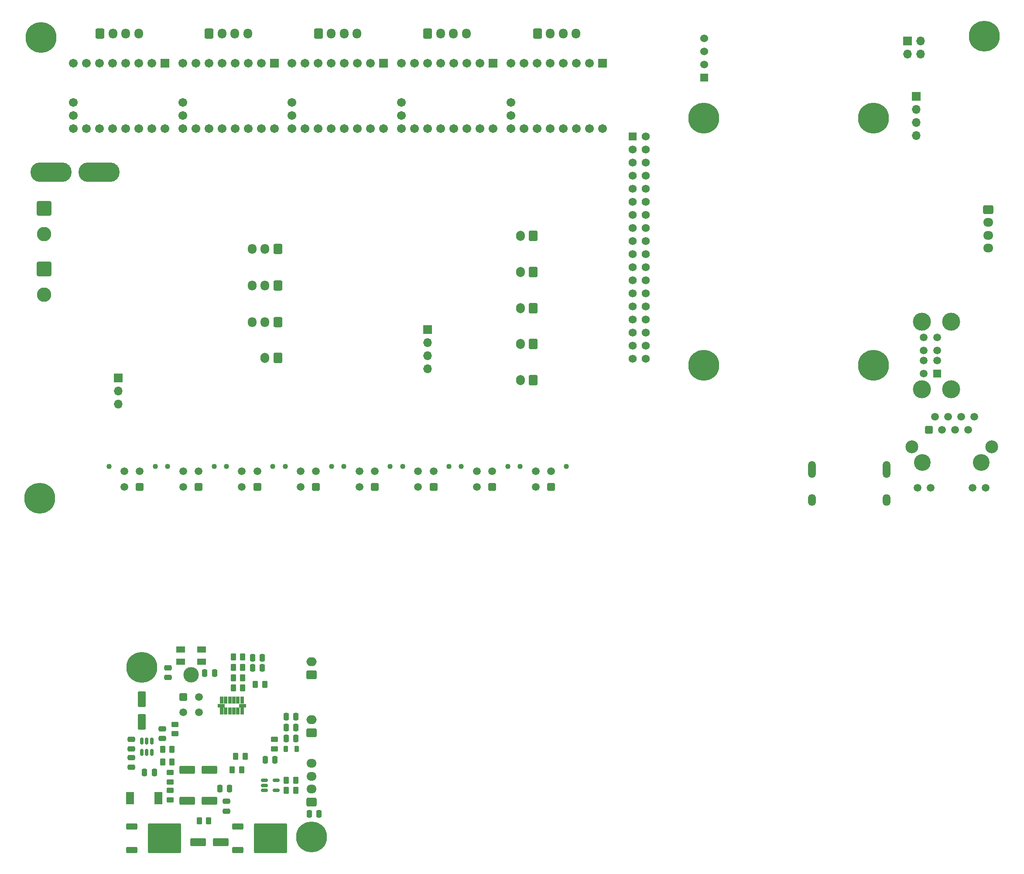
<source format=gbr>
%TF.GenerationSoftware,KiCad,Pcbnew,8.0.9*%
%TF.CreationDate,2025-08-04T10:44:23+12:00*%
%TF.ProjectId,xymatics-e64,78796d61-7469-4637-932d-6536342e6b69,rev?*%
%TF.SameCoordinates,Original*%
%TF.FileFunction,Soldermask,Bot*%
%TF.FilePolarity,Negative*%
%FSLAX46Y46*%
G04 Gerber Fmt 4.6, Leading zero omitted, Abs format (unit mm)*
G04 Created by KiCad (PCBNEW 8.0.9) date 2025-08-04 10:44:23*
%MOMM*%
%LPD*%
G01*
G04 APERTURE LIST*
G04 Aperture macros list*
%AMRoundRect*
0 Rectangle with rounded corners*
0 $1 Rounding radius*
0 $2 $3 $4 $5 $6 $7 $8 $9 X,Y pos of 4 corners*
0 Add a 4 corners polygon primitive as box body*
4,1,4,$2,$3,$4,$5,$6,$7,$8,$9,$2,$3,0*
0 Add four circle primitives for the rounded corners*
1,1,$1+$1,$2,$3*
1,1,$1+$1,$4,$5*
1,1,$1+$1,$6,$7*
1,1,$1+$1,$8,$9*
0 Add four rect primitives between the rounded corners*
20,1,$1+$1,$2,$3,$4,$5,0*
20,1,$1+$1,$4,$5,$6,$7,0*
20,1,$1+$1,$6,$7,$8,$9,0*
20,1,$1+$1,$8,$9,$2,$3,0*%
G04 Aperture macros list end*
%ADD10RoundRect,0.250000X0.600000X0.750000X-0.600000X0.750000X-0.600000X-0.750000X0.600000X-0.750000X0*%
%ADD11O,1.700000X2.000000*%
%ADD12RoundRect,0.102000X-0.754000X0.754000X-0.754000X-0.754000X0.754000X-0.754000X0.754000X0.754000X0*%
%ADD13C,1.712000*%
%ADD14C,1.020000*%
%ADD15RoundRect,0.250001X0.499999X0.499999X-0.499999X0.499999X-0.499999X-0.499999X0.499999X-0.499999X0*%
%ADD16C,1.500000*%
%ADD17R,1.700000X1.700000*%
%ADD18O,1.700000X1.700000*%
%ADD19RoundRect,0.250000X0.725000X-0.600000X0.725000X0.600000X-0.725000X0.600000X-0.725000X-0.600000X0*%
%ADD20O,1.950000X1.700000*%
%ADD21C,6.000000*%
%ADD22RoundRect,0.250000X-0.600000X-0.725000X0.600000X-0.725000X0.600000X0.725000X-0.600000X0.725000X0*%
%ADD23O,1.700000X1.950000*%
%ADD24RoundRect,0.250000X0.600000X0.725000X-0.600000X0.725000X-0.600000X-0.725000X0.600000X-0.725000X0*%
%ADD25C,3.250000*%
%ADD26RoundRect,0.250500X-0.499500X-0.499500X0.499500X-0.499500X0.499500X0.499500X-0.499500X0.499500X0*%
%ADD27C,2.500000*%
%ADD28R,1.500000X1.500000*%
%ADD29C,3.500000*%
%ADD30RoundRect,0.250000X0.750000X-0.600000X0.750000X0.600000X-0.750000X0.600000X-0.750000X-0.600000X0*%
%ADD31O,2.000000X1.700000*%
%ADD32RoundRect,0.102000X-0.685000X0.685000X-0.685000X-0.685000X0.685000X-0.685000X0.685000X0.685000X0*%
%ADD33C,1.574000*%
%ADD34C,3.000000*%
%ADD35RoundRect,0.250001X-0.499999X-0.499999X0.499999X-0.499999X0.499999X0.499999X-0.499999X0.499999X0*%
%ADD36R,1.524000X1.524000*%
%ADD37C,1.524000*%
%ADD38C,6.004000*%
%ADD39RoundRect,0.250000X-0.725000X0.600000X-0.725000X-0.600000X0.725000X-0.600000X0.725000X0.600000X0*%
%ADD40RoundRect,0.250001X-1.149999X1.149999X-1.149999X-1.149999X1.149999X-1.149999X1.149999X1.149999X0*%
%ADD41C,2.800000*%
%ADD42O,1.500000X3.300000*%
%ADD43O,1.500000X2.300000*%
%ADD44O,8.000000X3.800000*%
%ADD45RoundRect,0.250000X0.262500X0.450000X-0.262500X0.450000X-0.262500X-0.450000X0.262500X-0.450000X0*%
%ADD46R,1.800000X1.200000*%
%ADD47RoundRect,0.250000X0.475000X-0.250000X0.475000X0.250000X-0.475000X0.250000X-0.475000X-0.250000X0*%
%ADD48RoundRect,0.250000X-0.250000X-0.475000X0.250000X-0.475000X0.250000X0.475000X-0.250000X0.475000X0*%
%ADD49RoundRect,0.250000X-0.262500X-0.450000X0.262500X-0.450000X0.262500X0.450000X-0.262500X0.450000X0*%
%ADD50R,1.500000X2.400000*%
%ADD51RoundRect,0.250000X0.250000X0.475000X-0.250000X0.475000X-0.250000X-0.475000X0.250000X-0.475000X0*%
%ADD52RoundRect,0.250000X-0.450000X0.262500X-0.450000X-0.262500X0.450000X-0.262500X0.450000X0.262500X0*%
%ADD53RoundRect,0.250000X1.250000X0.550000X-1.250000X0.550000X-1.250000X-0.550000X1.250000X-0.550000X0*%
%ADD54RoundRect,0.150000X-0.150000X0.512500X-0.150000X-0.512500X0.150000X-0.512500X0.150000X0.512500X0*%
%ADD55RoundRect,0.250000X0.550000X-1.250000X0.550000X1.250000X-0.550000X1.250000X-0.550000X-1.250000X0*%
%ADD56RoundRect,0.250000X-0.850000X-0.350000X0.850000X-0.350000X0.850000X0.350000X-0.850000X0.350000X0*%
%ADD57RoundRect,0.249997X-2.950003X-2.650003X2.950003X-2.650003X2.950003X2.650003X-2.950003X2.650003X0*%
%ADD58RoundRect,0.250000X-1.250000X-0.550000X1.250000X-0.550000X1.250000X0.550000X-1.250000X0.550000X0*%
%ADD59RoundRect,0.250000X0.450000X-0.262500X0.450000X0.262500X-0.450000X0.262500X-0.450000X-0.262500X0*%
%ADD60RoundRect,0.150000X-0.512500X-0.150000X0.512500X-0.150000X0.512500X0.150000X-0.512500X0.150000X0*%
%ADD61RoundRect,0.218750X0.218750X0.381250X-0.218750X0.381250X-0.218750X-0.381250X0.218750X-0.381250X0*%
%ADD62RoundRect,0.250000X-0.475000X0.250000X-0.475000X-0.250000X0.475000X-0.250000X0.475000X0.250000X0*%
%ADD63RoundRect,0.102000X-0.275000X0.572500X-0.275000X-0.572500X0.275000X-0.572500X0.275000X0.572500X0*%
%ADD64RoundRect,0.102000X-0.572500X0.275000X-0.572500X-0.275000X0.572500X-0.275000X0.572500X0.275000X0*%
G04 APERTURE END LIST*
D10*
%TO.C,J29*%
X154500000Y-89800000D03*
D11*
X152000000Y-89800000D03*
%TD*%
D12*
%TO.C,U12*%
X104250000Y-35225000D03*
D13*
X101710000Y-35225000D03*
X99170000Y-35225000D03*
X96630000Y-35225000D03*
X94090000Y-35225000D03*
X91550000Y-35225000D03*
X89010000Y-35225000D03*
X86470000Y-35225000D03*
X104250000Y-47925000D03*
X101710000Y-47925000D03*
X99170000Y-47925000D03*
X96630000Y-47925000D03*
X94090000Y-47925000D03*
X91550000Y-47925000D03*
X89010000Y-47925000D03*
X86470000Y-47925000D03*
X86470000Y-42845000D03*
X86470000Y-45385000D03*
%TD*%
D14*
%TO.C,J20*%
X115350000Y-113560000D03*
X106350000Y-113560000D03*
D15*
X112350000Y-117500000D03*
D16*
X109350000Y-117500000D03*
X112350000Y-114500000D03*
X109350000Y-114500000D03*
%TD*%
D10*
%TO.C,J28*%
X154500000Y-82800000D03*
D11*
X152000000Y-82800000D03*
%TD*%
D17*
%TO.C,J9*%
X227125000Y-30925000D03*
D18*
X229665000Y-30925000D03*
X227125000Y-33465000D03*
X229665000Y-33465000D03*
%TD*%
D19*
%TO.C,J44*%
X111475000Y-178750000D03*
D20*
X111475000Y-176250000D03*
X111475000Y-173750000D03*
X111475000Y-171250000D03*
%TD*%
D21*
%TO.C,H2*%
X111500000Y-185560000D03*
%TD*%
D10*
%TO.C,J35*%
X104950000Y-92500000D03*
D11*
X102450000Y-92500000D03*
%TD*%
D17*
%TO.C,J12*%
X134000000Y-87000000D03*
D18*
X134000000Y-89540000D03*
X134000000Y-92080000D03*
X134000000Y-94620000D03*
%TD*%
D12*
%TO.C,U11*%
X83050000Y-35225000D03*
D13*
X80510000Y-35225000D03*
X77970000Y-35225000D03*
X75430000Y-35225000D03*
X72890000Y-35225000D03*
X70350000Y-35225000D03*
X67810000Y-35225000D03*
X65270000Y-35225000D03*
X83050000Y-47925000D03*
X80510000Y-47925000D03*
X77970000Y-47925000D03*
X75430000Y-47925000D03*
X72890000Y-47925000D03*
X70350000Y-47925000D03*
X67810000Y-47925000D03*
X65270000Y-47925000D03*
X65270000Y-42845000D03*
X65270000Y-45385000D03*
%TD*%
D22*
%TO.C,J39*%
X91610000Y-29500000D03*
D23*
X94110000Y-29500000D03*
X96610000Y-29500000D03*
X99110000Y-29500000D03*
%TD*%
D21*
%TO.C,H4*%
X242000000Y-30000000D03*
%TD*%
D12*
%TO.C,U13*%
X125450000Y-35225000D03*
D13*
X122910000Y-35225000D03*
X120370000Y-35225000D03*
X117830000Y-35225000D03*
X115290000Y-35225000D03*
X112750000Y-35225000D03*
X110210000Y-35225000D03*
X107670000Y-35225000D03*
X125450000Y-47925000D03*
X122910000Y-47925000D03*
X120370000Y-47925000D03*
X117830000Y-47925000D03*
X115290000Y-47925000D03*
X112750000Y-47925000D03*
X110210000Y-47925000D03*
X107670000Y-47925000D03*
X107670000Y-42845000D03*
X107670000Y-45385000D03*
%TD*%
D22*
%TO.C,J40*%
X112810000Y-29500000D03*
D23*
X115310000Y-29500000D03*
X117810000Y-29500000D03*
X120310000Y-29500000D03*
%TD*%
D24*
%TO.C,J13*%
X104950000Y-71300000D03*
D23*
X102450000Y-71300000D03*
X99950000Y-71300000D03*
%TD*%
D14*
%TO.C,J18*%
X92550000Y-113560000D03*
X83550000Y-113560000D03*
D15*
X89550000Y-117500000D03*
D16*
X86550000Y-117500000D03*
X89550000Y-114500000D03*
X86550000Y-114500000D03*
%TD*%
D25*
%TO.C,J1*%
X229965000Y-112800000D03*
X241395000Y-112800000D03*
D26*
X231240000Y-106440000D03*
D16*
X232500000Y-103900000D03*
X233780000Y-106440000D03*
X235040000Y-103900000D03*
X236320000Y-106440000D03*
X237580000Y-103900000D03*
X238860000Y-106440000D03*
X240120000Y-103900000D03*
X229055000Y-117700000D03*
X231595000Y-117700000D03*
X239765000Y-117700000D03*
X242305000Y-117700000D03*
D27*
X227935000Y-109750000D03*
X243425000Y-109750000D03*
%TD*%
D28*
%TO.C,J7*%
X232857700Y-95500000D03*
D16*
X232857700Y-93000000D03*
X232857700Y-91000000D03*
X232857700Y-88500000D03*
X230237700Y-95500000D03*
X230237700Y-93000000D03*
X230237700Y-91000000D03*
X230237700Y-88500000D03*
D29*
X235567700Y-98570000D03*
X235567700Y-85430000D03*
X229887700Y-98570000D03*
X229887700Y-85430000D03*
%TD*%
D17*
%TO.C,J10*%
X228800000Y-41660000D03*
D18*
X228800000Y-44200000D03*
X228800000Y-46740000D03*
X228800000Y-49280000D03*
%TD*%
D10*
%TO.C,J25*%
X154500000Y-68800000D03*
D11*
X152000000Y-68800000D03*
%TD*%
D30*
%TO.C,J26*%
X111500000Y-165250000D03*
D31*
X111500000Y-162750000D03*
%TD*%
D22*
%TO.C,J42*%
X134010000Y-29500000D03*
D23*
X136510000Y-29500000D03*
X139010000Y-29500000D03*
X141510000Y-29500000D03*
%TD*%
D14*
%TO.C,J23*%
X149550000Y-113560000D03*
X140550000Y-113560000D03*
D15*
X146550000Y-117500000D03*
D16*
X143550000Y-117500000D03*
X146550000Y-114500000D03*
X143550000Y-114500000D03*
%TD*%
D32*
%TO.C,J11*%
X173800000Y-49480000D03*
D33*
X176340000Y-49480000D03*
X173800000Y-52020000D03*
X176340000Y-52020000D03*
X173800000Y-54560000D03*
X176340000Y-54560000D03*
X173800000Y-57100000D03*
X176340000Y-57100000D03*
X173800000Y-59640000D03*
X176340000Y-59640000D03*
X173800000Y-62180000D03*
X176340000Y-62180000D03*
X173800000Y-64720000D03*
X176340000Y-64720000D03*
X173800000Y-67260000D03*
X176340000Y-67260000D03*
X173800000Y-69800000D03*
X176340000Y-69800000D03*
X173800000Y-72340000D03*
X176340000Y-72340000D03*
X173800000Y-74880000D03*
X176340000Y-74880000D03*
X173800000Y-77420000D03*
X176340000Y-77420000D03*
X173800000Y-79960000D03*
X176340000Y-79960000D03*
X173800000Y-82500000D03*
X176340000Y-82500000D03*
X173800000Y-85040000D03*
X176340000Y-85040000D03*
X173800000Y-87580000D03*
X176340000Y-87580000D03*
X173800000Y-90120000D03*
X176340000Y-90120000D03*
X173800000Y-92660000D03*
X176340000Y-92660000D03*
%TD*%
D34*
%TO.C,J31*%
X88100000Y-154000000D03*
D35*
X86600000Y-158320000D03*
D16*
X89600000Y-158320000D03*
X86600000Y-161320000D03*
X89600000Y-161320000D03*
%TD*%
D30*
%TO.C,J36*%
X111475000Y-154000000D03*
D31*
X111475000Y-151500000D03*
%TD*%
D14*
%TO.C,J24*%
X160950000Y-113560000D03*
X151950000Y-113560000D03*
D15*
X157950000Y-117500000D03*
D16*
X154950000Y-117500000D03*
X157950000Y-114500000D03*
X154950000Y-114500000D03*
%TD*%
D14*
%TO.C,J22*%
X138150000Y-113560000D03*
X129150000Y-113560000D03*
D15*
X135150000Y-117500000D03*
D16*
X132150000Y-117500000D03*
X135150000Y-114500000D03*
X132150000Y-114500000D03*
%TD*%
D24*
%TO.C,J14*%
X104950000Y-78425000D03*
D23*
X102450000Y-78425000D03*
X99950000Y-78425000D03*
%TD*%
D10*
%TO.C,J30*%
X154500000Y-96800000D03*
D11*
X152000000Y-96800000D03*
%TD*%
D36*
%TO.C,U19*%
X187700000Y-38010000D03*
D37*
X187700000Y-35470000D03*
X187700000Y-32930000D03*
X187700000Y-30390000D03*
%TD*%
D12*
%TO.C,U14*%
X146650000Y-35225000D03*
D13*
X144110000Y-35225000D03*
X141570000Y-35225000D03*
X139030000Y-35225000D03*
X136490000Y-35225000D03*
X133950000Y-35225000D03*
X131410000Y-35225000D03*
X128870000Y-35225000D03*
X146650000Y-47925000D03*
X144110000Y-47925000D03*
X141570000Y-47925000D03*
X139030000Y-47925000D03*
X136490000Y-47925000D03*
X133950000Y-47925000D03*
X131410000Y-47925000D03*
X128870000Y-47925000D03*
X128870000Y-42845000D03*
X128870000Y-45385000D03*
%TD*%
D14*
%TO.C,J21*%
X126750000Y-113560000D03*
X117750000Y-113560000D03*
D15*
X123750000Y-117500000D03*
D16*
X120750000Y-117500000D03*
X123750000Y-114500000D03*
X120750000Y-114500000D03*
%TD*%
D22*
%TO.C,J38*%
X70410000Y-29500000D03*
D23*
X72910000Y-29500000D03*
X75410000Y-29500000D03*
X77910000Y-29500000D03*
%TD*%
D38*
%TO.C,U1*%
X220562500Y-45900000D03*
X220562500Y-93900000D03*
X187562500Y-45900000D03*
X187562500Y-93900000D03*
%TD*%
D21*
%TO.C,H1*%
X78500000Y-152560000D03*
%TD*%
D12*
%TO.C,U15*%
X167940000Y-35225000D03*
D13*
X165400000Y-35225000D03*
X162860000Y-35225000D03*
X160320000Y-35225000D03*
X157780000Y-35225000D03*
X155240000Y-35225000D03*
X152700000Y-35225000D03*
X150160000Y-35225000D03*
X167940000Y-47925000D03*
X165400000Y-47925000D03*
X162860000Y-47925000D03*
X160320000Y-47925000D03*
X157780000Y-47925000D03*
X155240000Y-47925000D03*
X152700000Y-47925000D03*
X150160000Y-47925000D03*
X150160000Y-42845000D03*
X150160000Y-45385000D03*
%TD*%
D17*
%TO.C,J16*%
X74000000Y-96375000D03*
D18*
X74000000Y-98915000D03*
X74000000Y-101455000D03*
%TD*%
D39*
%TO.C,J8*%
X242750000Y-63650000D03*
D20*
X242750000Y-66150000D03*
X242750000Y-68650000D03*
X242750000Y-71150000D03*
%TD*%
D21*
%TO.C,H5*%
X58750000Y-119750000D03*
%TD*%
D40*
%TO.C,J32*%
X59600000Y-75200000D03*
D41*
X59600000Y-80200000D03*
%TD*%
D42*
%TO.C,J3*%
X223100000Y-114155000D03*
X208600000Y-114155000D03*
D43*
X223100000Y-120115000D03*
X208600000Y-120115000D03*
%TD*%
D14*
%TO.C,J19*%
X103950000Y-113560000D03*
X94950000Y-113560000D03*
D15*
X100950000Y-117500000D03*
D16*
X97950000Y-117500000D03*
X100950000Y-114500000D03*
X97950000Y-114500000D03*
%TD*%
D14*
%TO.C,J17*%
X81150000Y-113560000D03*
X72150000Y-113560000D03*
D15*
X78150000Y-117500000D03*
D16*
X75150000Y-117500000D03*
X78150000Y-114500000D03*
X75150000Y-114500000D03*
%TD*%
D21*
%TO.C,H3*%
X59000000Y-30250000D03*
%TD*%
D22*
%TO.C,J46*%
X155300000Y-29500000D03*
D23*
X157800000Y-29500000D03*
X160300000Y-29500000D03*
X162800000Y-29500000D03*
%TD*%
D24*
%TO.C,J15*%
X104950000Y-85500000D03*
D23*
X102450000Y-85500000D03*
X99950000Y-85500000D03*
%TD*%
D40*
%TO.C,J37*%
X59600000Y-63400000D03*
D41*
X59600000Y-68400000D03*
%TD*%
D10*
%TO.C,J27*%
X154500000Y-75800000D03*
D11*
X152000000Y-75800000D03*
%TD*%
D44*
%TO.C,F1*%
X60900000Y-56400000D03*
X70200000Y-56400000D03*
%TD*%
D45*
%TO.C,R64*%
X98112500Y-154600000D03*
X96287500Y-154600000D03*
%TD*%
D46*
%TO.C,Y3*%
X90100000Y-151500000D03*
X86100000Y-151500000D03*
X86100000Y-149100000D03*
X90100000Y-149100000D03*
%TD*%
D47*
%TO.C,C69*%
X95000000Y-180500000D03*
X95000000Y-178600000D03*
%TD*%
D48*
%TO.C,C72*%
X100000000Y-150700000D03*
X101900000Y-150700000D03*
%TD*%
D45*
%TO.C,R77*%
X102412500Y-155900000D03*
X100587500Y-155900000D03*
%TD*%
D49*
%TO.C,R70*%
X106587500Y-176500000D03*
X108412500Y-176500000D03*
%TD*%
D50*
%TO.C,L3*%
X81750000Y-178000000D03*
X76250000Y-178000000D03*
%TD*%
D49*
%TO.C,R55*%
X82587500Y-171000000D03*
X84412500Y-171000000D03*
%TD*%
D51*
%TO.C,C76*%
X104400000Y-170500000D03*
X102500000Y-170500000D03*
%TD*%
D48*
%TO.C,C83*%
X106550000Y-164300000D03*
X108450000Y-164300000D03*
%TD*%
%TO.C,C66*%
X79050000Y-173000000D03*
X80950000Y-173000000D03*
%TD*%
%TO.C,C59*%
X93650000Y-176100000D03*
X95550000Y-176100000D03*
%TD*%
%TO.C,C84*%
X106550000Y-162200000D03*
X108450000Y-162200000D03*
%TD*%
D52*
%TO.C,R56*%
X84000000Y-173000000D03*
X84000000Y-174825000D03*
%TD*%
D48*
%TO.C,C73*%
X100000000Y-152700000D03*
X101900000Y-152700000D03*
%TD*%
D47*
%TO.C,C58*%
X83600000Y-154550000D03*
X83600000Y-152650000D03*
%TD*%
D45*
%TO.C,R42*%
X97912500Y-172500000D03*
X96087500Y-172500000D03*
%TD*%
%TO.C,R63*%
X98112500Y-156600000D03*
X96287500Y-156600000D03*
%TD*%
D53*
%TO.C,C68*%
X91700000Y-172500000D03*
X87300000Y-172500000D03*
%TD*%
D54*
%TO.C,U23*%
X78550000Y-166862500D03*
X79500000Y-166862500D03*
X80450000Y-166862500D03*
X80450000Y-169137500D03*
X79500000Y-169137500D03*
X78550000Y-169137500D03*
%TD*%
D55*
%TO.C,C62*%
X78500000Y-163200000D03*
X78500000Y-158800000D03*
%TD*%
D45*
%TO.C,R54*%
X84412500Y-168500000D03*
X82587500Y-168500000D03*
%TD*%
D48*
%TO.C,C77*%
X111050000Y-181000000D03*
X112950000Y-181000000D03*
%TD*%
D45*
%TO.C,R69*%
X108412500Y-174550000D03*
X106587500Y-174550000D03*
%TD*%
D53*
%TO.C,C67*%
X91700000Y-178500000D03*
X87300000Y-178500000D03*
%TD*%
D45*
%TO.C,R67*%
X98600000Y-169900000D03*
X96775000Y-169900000D03*
%TD*%
D56*
%TO.C,Q10*%
X97200000Y-188060000D03*
D57*
X103500000Y-185780000D03*
D56*
X97200000Y-183500000D03*
%TD*%
D51*
%TO.C,C57*%
X92650000Y-153700000D03*
X90750000Y-153700000D03*
%TD*%
D58*
%TO.C,C70*%
X89480000Y-186500000D03*
X93880000Y-186500000D03*
%TD*%
D59*
%TO.C,R68*%
X85000000Y-165500000D03*
X85000000Y-163675000D03*
%TD*%
D52*
%TO.C,R75*%
X104250000Y-166587500D03*
X104250000Y-168412500D03*
%TD*%
D59*
%TO.C,R57*%
X84000000Y-178325000D03*
X84000000Y-176500000D03*
%TD*%
D60*
%TO.C,U27*%
X102362500Y-176450000D03*
X102362500Y-175500000D03*
X102362500Y-174550000D03*
X104637500Y-174550000D03*
X104637500Y-176450000D03*
%TD*%
D45*
%TO.C,R66*%
X98112500Y-150600000D03*
X96287500Y-150600000D03*
%TD*%
%TO.C,R65*%
X98112500Y-152600000D03*
X96287500Y-152600000D03*
%TD*%
D61*
%TO.C,L4*%
X108562500Y-168400000D03*
X106437500Y-168400000D03*
%TD*%
D62*
%TO.C,C64*%
X82500000Y-164500000D03*
X82500000Y-166400000D03*
%TD*%
D45*
%TO.C,R79*%
X91512500Y-182400000D03*
X89687500Y-182400000D03*
%TD*%
D56*
%TO.C,U24*%
X76600000Y-188060000D03*
D57*
X82900000Y-185780000D03*
D56*
X76600000Y-183500000D03*
%TD*%
D48*
%TO.C,C82*%
X106550000Y-166400000D03*
X108450000Y-166400000D03*
%TD*%
D62*
%TO.C,C63*%
X76500000Y-166550000D03*
X76500000Y-168450000D03*
%TD*%
D63*
%TO.C,U26*%
X94000000Y-158902500D03*
X94800000Y-158902500D03*
X95600000Y-158902500D03*
X96400000Y-158902500D03*
X97200000Y-158902500D03*
X98000000Y-158902500D03*
D64*
X98097500Y-160000000D03*
D63*
X98000000Y-161097500D03*
X97200000Y-161097500D03*
X96400000Y-161097500D03*
X95600000Y-161097500D03*
X94800000Y-161097500D03*
X94000000Y-161097500D03*
D64*
X93902500Y-160000000D03*
%TD*%
D62*
%TO.C,C65*%
X76500000Y-170100000D03*
X76500000Y-172000000D03*
%TD*%
M02*

</source>
